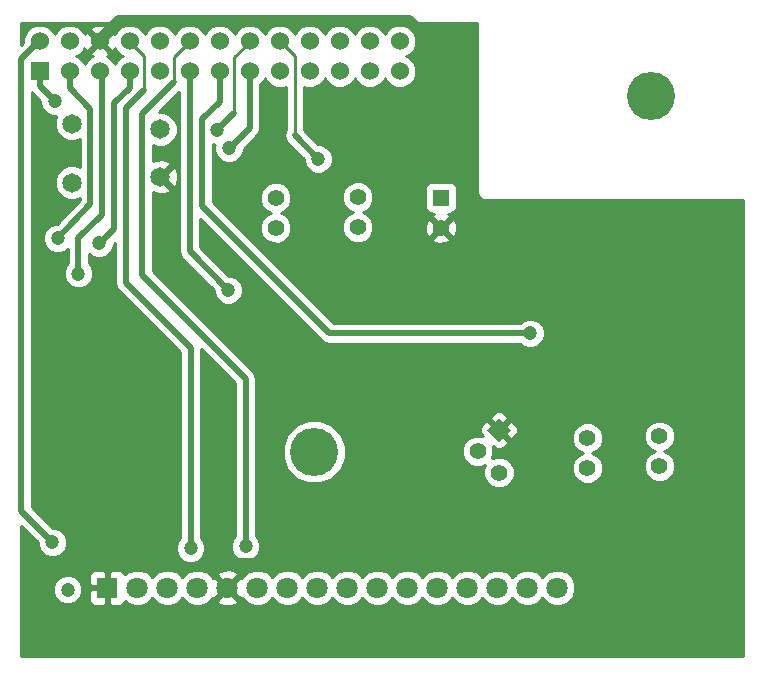
<source format=gtl>
G04 (created by PCBNEW (2013-07-07 BZR 4022)-stable) date 03 Aug 13 4:27:03 PM*
%MOIN*%
G04 Gerber Fmt 3.4, Leading zero omitted, Abs format*
%FSLAX34Y34*%
G01*
G70*
G90*
G04 APERTURE LIST*
%ADD10C,0.00590551*%
%ADD11C,0.16*%
%ADD12R,0.06X0.06*%
%ADD13C,0.06*%
%ADD14C,0.055*%
%ADD15C,0.065*%
%ADD16R,0.055X0.055*%
%ADD17R,0.0708661X0.0708661*%
%ADD18C,0.0708661*%
%ADD19C,0.0472441*%
%ADD20C,0.00984252*%
%ADD21C,0.019685*%
%ADD22C,0.0393701*%
%ADD23C,0.01*%
G04 APERTURE END LIST*
G54D10*
G54D11*
X16929Y-20472D03*
G54D12*
X7779Y-7783D03*
G54D13*
X7779Y-6783D03*
X8779Y-7783D03*
X8779Y-6783D03*
X9779Y-7783D03*
X9779Y-6783D03*
X10779Y-7783D03*
X10779Y-6783D03*
X11779Y-7783D03*
X11779Y-6783D03*
X12779Y-7783D03*
X12779Y-6783D03*
X13779Y-7783D03*
X13779Y-6783D03*
X14779Y-7783D03*
X14779Y-6783D03*
X15779Y-7783D03*
X15779Y-6783D03*
X16779Y-7783D03*
X16779Y-6783D03*
X17779Y-7783D03*
X17779Y-6783D03*
X18779Y-7783D03*
X18779Y-6783D03*
X19779Y-7783D03*
X19779Y-6783D03*
G54D10*
G36*
X23090Y-20134D02*
X22701Y-19745D01*
X23090Y-19356D01*
X23479Y-19745D01*
X23090Y-20134D01*
X23090Y-20134D01*
G37*
G54D14*
X22383Y-20452D03*
X23090Y-21159D03*
X26043Y-20011D03*
X26043Y-21011D03*
X28444Y-19952D03*
X28444Y-20952D03*
G54D15*
X11811Y-9724D03*
X11811Y-11299D03*
X8858Y-9527D03*
X8858Y-11496D03*
G54D14*
X18385Y-12980D03*
X18385Y-11980D03*
X15649Y-12000D03*
X15649Y-13000D03*
G54D16*
X21161Y-12000D03*
G54D14*
X21161Y-13000D03*
G54D11*
X28149Y-8602D03*
G54D17*
X10039Y-25000D03*
G54D18*
X11039Y-25000D03*
X12039Y-25000D03*
X13039Y-25000D03*
X14039Y-25000D03*
X15039Y-25000D03*
X16039Y-25000D03*
X17039Y-25000D03*
X18039Y-25000D03*
X19039Y-25000D03*
X20039Y-25000D03*
X21039Y-25000D03*
X22039Y-25000D03*
X23039Y-25000D03*
X24039Y-25000D03*
X25039Y-25000D03*
G54D19*
X8720Y-25059D03*
X8287Y-8779D03*
X8208Y-23484D03*
X8385Y-13346D03*
X9074Y-14527D03*
X9763Y-13523D03*
X14074Y-15078D03*
X14645Y-23622D03*
X14094Y-10354D03*
X13700Y-9744D03*
X24133Y-16515D03*
X17066Y-10708D03*
X12814Y-23681D03*
X12224Y-12106D03*
X13720Y-23720D03*
X23090Y-17578D03*
G54D20*
X8720Y-25059D02*
X8700Y-25039D01*
G54D21*
X8287Y-8779D02*
X7779Y-8271D01*
X7779Y-8271D02*
X7779Y-7783D01*
X7763Y-6783D02*
X7165Y-7381D01*
X8208Y-23484D02*
X7165Y-22440D01*
X7165Y-22440D02*
X7165Y-21082D01*
X7763Y-6783D02*
X7779Y-6783D01*
X7165Y-7381D02*
X7165Y-21082D01*
X8385Y-13346D02*
X9468Y-12204D01*
X8779Y-7783D02*
X8779Y-8346D01*
X9468Y-9035D02*
X9468Y-12204D01*
X8779Y-8346D02*
X9468Y-9035D01*
G54D20*
X9468Y-12204D02*
X9468Y-12244D01*
G54D21*
X9074Y-14527D02*
X9074Y-13346D01*
X9862Y-7866D02*
X9779Y-7783D01*
X9862Y-12559D02*
X9862Y-7866D01*
X9074Y-13346D02*
X9862Y-12559D01*
X9763Y-13523D02*
X9783Y-13523D01*
X10779Y-8334D02*
X10779Y-7783D01*
X10275Y-8838D02*
X10779Y-8334D01*
X10275Y-13031D02*
X10275Y-8838D01*
X9783Y-13523D02*
X10275Y-13031D01*
G54D20*
X9763Y-13523D02*
X9724Y-13484D01*
G54D21*
X12779Y-7783D02*
X12779Y-13783D01*
X12779Y-13783D02*
X14074Y-15078D01*
X12779Y-7870D02*
X12779Y-7783D01*
X14645Y-23622D02*
X14645Y-18031D01*
G54D20*
X12779Y-6787D02*
X12263Y-7303D01*
X12263Y-7303D02*
X12263Y-8149D01*
X12779Y-6787D02*
X12779Y-6783D01*
G54D21*
X12263Y-8149D02*
X11200Y-9212D01*
X11200Y-14586D02*
X11200Y-9212D01*
X14645Y-18031D02*
X11200Y-14586D01*
G54D20*
X14645Y-23622D02*
X14625Y-23602D01*
X14114Y-10354D02*
X14094Y-10354D01*
G54D21*
X14779Y-9669D02*
X14114Y-10354D01*
X14779Y-9669D02*
X14779Y-7783D01*
G54D20*
X14779Y-6783D02*
X14779Y-6795D01*
G54D21*
X14271Y-9173D02*
X13700Y-9744D01*
G54D20*
X14271Y-7303D02*
X14271Y-9173D01*
X14779Y-6795D02*
X14271Y-7303D01*
G54D21*
X13779Y-8346D02*
X13779Y-8818D01*
X13779Y-8346D02*
X13779Y-7783D01*
X17440Y-16515D02*
X24133Y-16515D01*
X13208Y-12283D02*
X17440Y-16515D01*
X13208Y-9389D02*
X13208Y-12283D01*
X13779Y-8818D02*
X13208Y-9389D01*
G54D20*
X15779Y-6783D02*
X15799Y-6783D01*
G54D21*
X16279Y-9921D02*
X17066Y-10708D01*
G54D20*
X16279Y-7263D02*
X16279Y-9921D01*
X15799Y-6783D02*
X16279Y-7263D01*
G54D21*
X10649Y-9114D02*
X10649Y-9015D01*
G54D20*
X10779Y-6783D02*
X10779Y-6803D01*
X11259Y-7283D02*
X11259Y-8405D01*
X10779Y-6803D02*
X11259Y-7283D01*
G54D21*
X12814Y-17007D02*
X10649Y-14842D01*
X10649Y-14842D02*
X10649Y-9114D01*
X12814Y-23681D02*
X12814Y-17007D01*
X10649Y-9015D02*
X11259Y-8405D01*
G54D22*
X9779Y-6783D02*
X9779Y-6755D01*
X9779Y-6755D02*
X10413Y-6122D01*
X10413Y-6122D02*
X20078Y-6122D01*
X20078Y-6122D02*
X22125Y-8169D01*
X22125Y-8169D02*
X22125Y-12716D01*
X22125Y-12716D02*
X25846Y-16437D01*
X25846Y-16437D02*
X25846Y-16771D01*
X25846Y-16771D02*
X25039Y-17578D01*
X25039Y-17578D02*
X23090Y-17578D01*
X23090Y-17578D02*
X22578Y-17066D01*
X14803Y-17066D02*
X22578Y-17066D01*
X12283Y-14547D02*
X14803Y-17066D01*
X12283Y-12165D02*
X12283Y-14547D01*
X12224Y-12106D02*
X12283Y-12165D01*
X13720Y-23720D02*
X14212Y-24212D01*
X14212Y-24212D02*
X16456Y-24212D01*
X16456Y-24212D02*
X23090Y-17578D01*
G54D10*
G36*
X31226Y-27289D02*
X28969Y-27289D01*
X28969Y-20848D01*
X28890Y-20655D01*
X28742Y-20507D01*
X28609Y-20452D01*
X28741Y-20398D01*
X28889Y-20250D01*
X28969Y-20057D01*
X28969Y-19848D01*
X28890Y-19655D01*
X28742Y-19507D01*
X28549Y-19427D01*
X28340Y-19427D01*
X28147Y-19507D01*
X28000Y-19654D01*
X27919Y-19847D01*
X27919Y-20056D01*
X27999Y-20249D01*
X28147Y-20397D01*
X28280Y-20452D01*
X28147Y-20507D01*
X28000Y-20654D01*
X27919Y-20847D01*
X27919Y-21056D01*
X27999Y-21249D01*
X28147Y-21397D01*
X28339Y-21477D01*
X28548Y-21477D01*
X28741Y-21398D01*
X28889Y-21250D01*
X28969Y-21057D01*
X28969Y-20848D01*
X28969Y-27289D01*
X26568Y-27289D01*
X26568Y-20907D01*
X26488Y-20714D01*
X26341Y-20566D01*
X26208Y-20511D01*
X26340Y-20457D01*
X26488Y-20309D01*
X26568Y-20116D01*
X26568Y-19907D01*
X26488Y-19714D01*
X26341Y-19566D01*
X26148Y-19486D01*
X25939Y-19486D01*
X25746Y-19566D01*
X25598Y-19714D01*
X25518Y-19906D01*
X25518Y-20115D01*
X25597Y-20308D01*
X25745Y-20456D01*
X25878Y-20511D01*
X25746Y-20566D01*
X25598Y-20714D01*
X25518Y-20906D01*
X25518Y-21115D01*
X25597Y-21308D01*
X25745Y-21456D01*
X25938Y-21536D01*
X26147Y-21536D01*
X26340Y-21457D01*
X26488Y-21309D01*
X26568Y-21116D01*
X26568Y-20907D01*
X26568Y-27289D01*
X25643Y-27289D01*
X25643Y-24880D01*
X25551Y-24658D01*
X25382Y-24487D01*
X25160Y-24395D01*
X24919Y-24395D01*
X24697Y-24487D01*
X24539Y-24645D01*
X24382Y-24487D01*
X24160Y-24395D01*
X23919Y-24395D01*
X23729Y-24474D01*
X23729Y-19696D01*
X23691Y-19604D01*
X23621Y-19533D01*
X23541Y-19453D01*
X23452Y-19453D01*
X23382Y-19524D01*
X23382Y-19383D01*
X23382Y-19294D01*
X23302Y-19214D01*
X23231Y-19144D01*
X23140Y-19106D01*
X23040Y-19106D01*
X22948Y-19144D01*
X22798Y-19294D01*
X22798Y-19383D01*
X23090Y-19674D01*
X23382Y-19383D01*
X23382Y-19524D01*
X23161Y-19745D01*
X23452Y-20037D01*
X23541Y-20037D01*
X23691Y-19887D01*
X23729Y-19795D01*
X23729Y-19696D01*
X23729Y-24474D01*
X23697Y-24487D01*
X23615Y-24569D01*
X23615Y-21055D01*
X23535Y-20862D01*
X23388Y-20715D01*
X23195Y-20634D01*
X22986Y-20634D01*
X22853Y-20689D01*
X22908Y-20557D01*
X22908Y-20348D01*
X22878Y-20276D01*
X22878Y-20276D01*
X22949Y-20346D01*
X23041Y-20384D01*
X23140Y-20384D01*
X23232Y-20346D01*
X23382Y-20196D01*
X23382Y-20108D01*
X23090Y-19816D01*
X23084Y-19821D01*
X23014Y-19751D01*
X23019Y-19745D01*
X22728Y-19453D01*
X22639Y-19453D01*
X22489Y-19603D01*
X22451Y-19695D01*
X22451Y-19795D01*
X22489Y-19887D01*
X22559Y-19957D01*
X22559Y-19957D01*
X22488Y-19927D01*
X22279Y-19927D01*
X22086Y-20007D01*
X21938Y-20154D01*
X21858Y-20347D01*
X21858Y-20556D01*
X21938Y-20749D01*
X22085Y-20897D01*
X22278Y-20977D01*
X22487Y-20977D01*
X22620Y-20922D01*
X22565Y-21054D01*
X22565Y-21263D01*
X22645Y-21456D01*
X22792Y-21604D01*
X22985Y-21684D01*
X23194Y-21684D01*
X23387Y-21605D01*
X23535Y-21457D01*
X23615Y-21264D01*
X23615Y-21055D01*
X23615Y-24569D01*
X23539Y-24645D01*
X23382Y-24487D01*
X23160Y-24395D01*
X22919Y-24395D01*
X22697Y-24487D01*
X22539Y-24645D01*
X22382Y-24487D01*
X22160Y-24395D01*
X21919Y-24395D01*
X21697Y-24487D01*
X21539Y-24645D01*
X21382Y-24487D01*
X21160Y-24395D01*
X20919Y-24395D01*
X20697Y-24487D01*
X20539Y-24645D01*
X20382Y-24487D01*
X20160Y-24395D01*
X19919Y-24395D01*
X19697Y-24487D01*
X19539Y-24645D01*
X19382Y-24487D01*
X19160Y-24395D01*
X18919Y-24395D01*
X18697Y-24487D01*
X18539Y-24645D01*
X18382Y-24487D01*
X18160Y-24395D01*
X17979Y-24395D01*
X17979Y-20264D01*
X17819Y-19878D01*
X17524Y-19582D01*
X17138Y-19422D01*
X16721Y-19422D01*
X16335Y-19581D01*
X16039Y-19876D01*
X15879Y-20262D01*
X15878Y-20680D01*
X16038Y-21066D01*
X16333Y-21362D01*
X16719Y-21522D01*
X17137Y-21522D01*
X17523Y-21363D01*
X17818Y-21067D01*
X17978Y-20682D01*
X17979Y-20264D01*
X17979Y-24395D01*
X17919Y-24395D01*
X17697Y-24487D01*
X17539Y-24645D01*
X17382Y-24487D01*
X17160Y-24395D01*
X16919Y-24395D01*
X16697Y-24487D01*
X16539Y-24645D01*
X16382Y-24487D01*
X16160Y-24395D01*
X15919Y-24395D01*
X15697Y-24487D01*
X15539Y-24645D01*
X15382Y-24487D01*
X15160Y-24395D01*
X14919Y-24395D01*
X14697Y-24487D01*
X14527Y-24657D01*
X14523Y-24665D01*
X14464Y-24645D01*
X14393Y-24716D01*
X14393Y-24574D01*
X14359Y-24473D01*
X14134Y-24391D01*
X13893Y-24401D01*
X13718Y-24473D01*
X13684Y-24574D01*
X14039Y-24929D01*
X14393Y-24574D01*
X14393Y-24716D01*
X14110Y-25000D01*
X14464Y-25354D01*
X14523Y-25334D01*
X14526Y-25341D01*
X14696Y-25512D01*
X14918Y-25604D01*
X15159Y-25604D01*
X15381Y-25512D01*
X15539Y-25354D01*
X15696Y-25512D01*
X15918Y-25604D01*
X16159Y-25604D01*
X16381Y-25512D01*
X16539Y-25354D01*
X16696Y-25512D01*
X16918Y-25604D01*
X17159Y-25604D01*
X17381Y-25512D01*
X17539Y-25354D01*
X17696Y-25512D01*
X17918Y-25604D01*
X18159Y-25604D01*
X18381Y-25512D01*
X18539Y-25354D01*
X18696Y-25512D01*
X18918Y-25604D01*
X19159Y-25604D01*
X19381Y-25512D01*
X19539Y-25354D01*
X19696Y-25512D01*
X19918Y-25604D01*
X20159Y-25604D01*
X20381Y-25512D01*
X20539Y-25354D01*
X20696Y-25512D01*
X20918Y-25604D01*
X21159Y-25604D01*
X21381Y-25512D01*
X21539Y-25354D01*
X21696Y-25512D01*
X21918Y-25604D01*
X22159Y-25604D01*
X22381Y-25512D01*
X22539Y-25354D01*
X22696Y-25512D01*
X22918Y-25604D01*
X23159Y-25604D01*
X23381Y-25512D01*
X23539Y-25354D01*
X23696Y-25512D01*
X23918Y-25604D01*
X24159Y-25604D01*
X24381Y-25512D01*
X24539Y-25354D01*
X24696Y-25512D01*
X24918Y-25604D01*
X25159Y-25604D01*
X25381Y-25512D01*
X25551Y-25342D01*
X25643Y-25120D01*
X25643Y-24880D01*
X25643Y-27289D01*
X14393Y-27289D01*
X14393Y-25425D01*
X14039Y-25070D01*
X13968Y-25141D01*
X13968Y-25000D01*
X13614Y-24645D01*
X13554Y-24665D01*
X13551Y-24658D01*
X13382Y-24487D01*
X13160Y-24395D01*
X12919Y-24395D01*
X12697Y-24487D01*
X12539Y-24645D01*
X12382Y-24487D01*
X12160Y-24395D01*
X11919Y-24395D01*
X11697Y-24487D01*
X11539Y-24645D01*
X11382Y-24487D01*
X11160Y-24395D01*
X10919Y-24395D01*
X10697Y-24487D01*
X10627Y-24557D01*
X10605Y-24503D01*
X10535Y-24433D01*
X10443Y-24395D01*
X10151Y-24395D01*
X10089Y-24458D01*
X10089Y-24950D01*
X10097Y-24950D01*
X10097Y-25050D01*
X10089Y-25050D01*
X10089Y-25541D01*
X10151Y-25604D01*
X10443Y-25604D01*
X10535Y-25566D01*
X10605Y-25496D01*
X10627Y-25442D01*
X10696Y-25512D01*
X10918Y-25604D01*
X11159Y-25604D01*
X11381Y-25512D01*
X11539Y-25354D01*
X11696Y-25512D01*
X11918Y-25604D01*
X12159Y-25604D01*
X12381Y-25512D01*
X12539Y-25354D01*
X12696Y-25512D01*
X12918Y-25604D01*
X13159Y-25604D01*
X13381Y-25512D01*
X13551Y-25342D01*
X13554Y-25334D01*
X13614Y-25354D01*
X13968Y-25000D01*
X13968Y-25141D01*
X13684Y-25425D01*
X13718Y-25526D01*
X13944Y-25608D01*
X14184Y-25598D01*
X14359Y-25526D01*
X14393Y-25425D01*
X14393Y-27289D01*
X9989Y-27289D01*
X9989Y-25541D01*
X9989Y-25050D01*
X9989Y-24950D01*
X9989Y-24458D01*
X9926Y-24395D01*
X9635Y-24395D01*
X9543Y-24433D01*
X9473Y-24503D01*
X9435Y-24595D01*
X9434Y-24695D01*
X9435Y-24887D01*
X9497Y-24950D01*
X9989Y-24950D01*
X9989Y-25050D01*
X9497Y-25050D01*
X9435Y-25112D01*
X9434Y-25304D01*
X9435Y-25404D01*
X9473Y-25496D01*
X9543Y-25566D01*
X9635Y-25604D01*
X9926Y-25604D01*
X9989Y-25541D01*
X9989Y-27289D01*
X9206Y-27289D01*
X9206Y-24962D01*
X9132Y-24783D01*
X8996Y-24647D01*
X8817Y-24572D01*
X8624Y-24572D01*
X8445Y-24646D01*
X8308Y-24783D01*
X8234Y-24961D01*
X8234Y-25155D01*
X8308Y-25334D01*
X8444Y-25471D01*
X8623Y-25545D01*
X8816Y-25545D01*
X8995Y-25471D01*
X9132Y-25334D01*
X9206Y-25156D01*
X9206Y-24962D01*
X9206Y-27289D01*
X7159Y-27289D01*
X7159Y-22927D01*
X7722Y-23490D01*
X7722Y-23580D01*
X7796Y-23759D01*
X7932Y-23896D01*
X8111Y-23970D01*
X8304Y-23970D01*
X8483Y-23896D01*
X8620Y-23760D01*
X8694Y-23581D01*
X8694Y-23387D01*
X8621Y-23209D01*
X8484Y-23072D01*
X8305Y-22998D01*
X8215Y-22998D01*
X7513Y-22296D01*
X7513Y-21082D01*
X7513Y-8489D01*
X7533Y-8518D01*
X7801Y-8786D01*
X7801Y-8875D01*
X7874Y-9054D01*
X8011Y-9191D01*
X8190Y-9265D01*
X8344Y-9265D01*
X8283Y-9412D01*
X8283Y-9641D01*
X8370Y-9852D01*
X8532Y-10014D01*
X8743Y-10102D01*
X8972Y-10102D01*
X9120Y-10041D01*
X9120Y-10982D01*
X8973Y-10921D01*
X8744Y-10920D01*
X8532Y-11008D01*
X8371Y-11169D01*
X8283Y-11381D01*
X8283Y-11609D01*
X8370Y-11821D01*
X8532Y-11983D01*
X8743Y-12070D01*
X8972Y-12071D01*
X9120Y-12010D01*
X9120Y-12066D01*
X8366Y-12860D01*
X8289Y-12860D01*
X8110Y-12934D01*
X7973Y-13070D01*
X7899Y-13249D01*
X7899Y-13442D01*
X7973Y-13621D01*
X8110Y-13758D01*
X8288Y-13832D01*
X8482Y-13832D01*
X8660Y-13758D01*
X8726Y-13693D01*
X8726Y-14188D01*
X8662Y-14251D01*
X8588Y-14430D01*
X8588Y-14623D01*
X8662Y-14802D01*
X8799Y-14939D01*
X8977Y-15013D01*
X9171Y-15013D01*
X9349Y-14939D01*
X9486Y-14803D01*
X9560Y-14624D01*
X9561Y-14431D01*
X9487Y-14252D01*
X9423Y-14188D01*
X9423Y-13870D01*
X9487Y-13935D01*
X9666Y-14009D01*
X9860Y-14009D01*
X10038Y-13936D01*
X10175Y-13799D01*
X10249Y-13620D01*
X10249Y-13549D01*
X10301Y-13498D01*
X10301Y-14842D01*
X10301Y-14842D01*
X10323Y-14953D01*
X10327Y-14975D01*
X10403Y-15088D01*
X12466Y-17152D01*
X12466Y-23341D01*
X12403Y-23405D01*
X12328Y-23583D01*
X12328Y-23777D01*
X12402Y-23956D01*
X12539Y-24093D01*
X12717Y-24167D01*
X12911Y-24167D01*
X13090Y-24093D01*
X13226Y-23956D01*
X13301Y-23778D01*
X13301Y-23584D01*
X13227Y-23406D01*
X13163Y-23341D01*
X13163Y-17041D01*
X14297Y-18175D01*
X14297Y-23282D01*
X14233Y-23346D01*
X14159Y-23524D01*
X14159Y-23718D01*
X14233Y-23897D01*
X14369Y-24034D01*
X14548Y-24108D01*
X14741Y-24108D01*
X14920Y-24034D01*
X15057Y-23897D01*
X15131Y-23719D01*
X15131Y-23525D01*
X15058Y-23346D01*
X14994Y-23282D01*
X14994Y-18031D01*
X14967Y-17898D01*
X14892Y-17785D01*
X14892Y-17785D01*
X12390Y-15283D01*
X12390Y-11386D01*
X12380Y-11158D01*
X12312Y-10996D01*
X12215Y-10965D01*
X11881Y-11299D01*
X12215Y-11632D01*
X12312Y-11602D01*
X12390Y-11386D01*
X12390Y-15283D01*
X11549Y-14442D01*
X11549Y-11816D01*
X11723Y-11878D01*
X11951Y-11868D01*
X12113Y-11801D01*
X12144Y-11703D01*
X11811Y-11369D01*
X11805Y-11375D01*
X11734Y-11304D01*
X11740Y-11299D01*
X11734Y-11293D01*
X11805Y-11222D01*
X11811Y-11228D01*
X12144Y-10895D01*
X12113Y-10797D01*
X11898Y-10719D01*
X11670Y-10730D01*
X11549Y-10780D01*
X11549Y-10238D01*
X11696Y-10299D01*
X11924Y-10299D01*
X12136Y-10212D01*
X12298Y-10050D01*
X12385Y-9839D01*
X12386Y-9610D01*
X12298Y-9399D01*
X12137Y-9237D01*
X11925Y-9149D01*
X11756Y-9149D01*
X12431Y-8475D01*
X12431Y-13783D01*
X12431Y-13783D01*
X12453Y-13894D01*
X12457Y-13916D01*
X12533Y-14029D01*
X13588Y-15085D01*
X13588Y-15175D01*
X13662Y-15353D01*
X13799Y-15490D01*
X13977Y-15564D01*
X14171Y-15565D01*
X14349Y-15491D01*
X14486Y-15354D01*
X14560Y-15175D01*
X14561Y-14982D01*
X14487Y-14803D01*
X14350Y-14666D01*
X14171Y-14592D01*
X14081Y-14592D01*
X13127Y-13639D01*
X13127Y-12695D01*
X17194Y-16762D01*
X17194Y-16762D01*
X17307Y-16837D01*
X17440Y-16864D01*
X17440Y-16864D01*
X17440Y-16864D01*
X23794Y-16864D01*
X23858Y-16927D01*
X24036Y-17001D01*
X24230Y-17002D01*
X24408Y-16928D01*
X24545Y-16791D01*
X24619Y-16612D01*
X24620Y-16419D01*
X24546Y-16240D01*
X24409Y-16103D01*
X24230Y-16029D01*
X24037Y-16029D01*
X23858Y-16103D01*
X23794Y-16167D01*
X21691Y-16167D01*
X21691Y-13075D01*
X21686Y-12986D01*
X21686Y-12225D01*
X21686Y-11675D01*
X21648Y-11583D01*
X21578Y-11513D01*
X21486Y-11475D01*
X21386Y-11474D01*
X20836Y-11474D01*
X20744Y-11512D01*
X20674Y-11583D01*
X20636Y-11675D01*
X20636Y-11774D01*
X20636Y-12324D01*
X20674Y-12416D01*
X20744Y-12486D01*
X20836Y-12524D01*
X20923Y-12525D01*
X20888Y-12539D01*
X20864Y-12632D01*
X21161Y-12929D01*
X21458Y-12632D01*
X21434Y-12539D01*
X21393Y-12525D01*
X21485Y-12525D01*
X21577Y-12487D01*
X21648Y-12416D01*
X21686Y-12324D01*
X21686Y-12225D01*
X21686Y-12986D01*
X21679Y-12867D01*
X21621Y-12727D01*
X21529Y-12702D01*
X21232Y-13000D01*
X21529Y-13297D01*
X21621Y-13272D01*
X21691Y-13075D01*
X21691Y-16167D01*
X21458Y-16167D01*
X21458Y-13367D01*
X21161Y-13070D01*
X21090Y-13141D01*
X21090Y-13000D01*
X20793Y-12702D01*
X20700Y-12727D01*
X20631Y-12924D01*
X20642Y-13132D01*
X20700Y-13272D01*
X20793Y-13297D01*
X21090Y-13000D01*
X21090Y-13141D01*
X20864Y-13367D01*
X20888Y-13460D01*
X21085Y-13529D01*
X21294Y-13518D01*
X21434Y-13460D01*
X21458Y-13367D01*
X21458Y-16167D01*
X18910Y-16167D01*
X18910Y-12876D01*
X18831Y-12683D01*
X18683Y-12535D01*
X18550Y-12480D01*
X18682Y-12425D01*
X18830Y-12278D01*
X18910Y-12085D01*
X18910Y-11876D01*
X18831Y-11683D01*
X18683Y-11535D01*
X18490Y-11455D01*
X18281Y-11455D01*
X18088Y-11534D01*
X17941Y-11682D01*
X17860Y-11875D01*
X17860Y-12084D01*
X17940Y-12277D01*
X18088Y-12425D01*
X18221Y-12480D01*
X18088Y-12534D01*
X17941Y-12682D01*
X17860Y-12875D01*
X17860Y-13084D01*
X17940Y-13277D01*
X18088Y-13425D01*
X18280Y-13505D01*
X18489Y-13505D01*
X18682Y-13425D01*
X18830Y-13278D01*
X18910Y-13085D01*
X18910Y-12876D01*
X18910Y-16167D01*
X17585Y-16167D01*
X16174Y-14756D01*
X16174Y-12896D01*
X16094Y-12703D01*
X15947Y-12555D01*
X15814Y-12499D01*
X15946Y-12445D01*
X16094Y-12297D01*
X16174Y-12104D01*
X16174Y-11896D01*
X16094Y-11703D01*
X15947Y-11555D01*
X15754Y-11475D01*
X15545Y-11474D01*
X15352Y-11554D01*
X15204Y-11702D01*
X15124Y-11895D01*
X15124Y-12103D01*
X15204Y-12297D01*
X15351Y-12444D01*
X15484Y-12500D01*
X15352Y-12554D01*
X15204Y-12702D01*
X15124Y-12895D01*
X15124Y-13103D01*
X15204Y-13297D01*
X15351Y-13444D01*
X15544Y-13524D01*
X15753Y-13525D01*
X15946Y-13445D01*
X16094Y-13297D01*
X16174Y-13104D01*
X16174Y-12896D01*
X16174Y-14756D01*
X13557Y-12139D01*
X13557Y-10210D01*
X13603Y-10230D01*
X13619Y-10230D01*
X13608Y-10257D01*
X13608Y-10450D01*
X13682Y-10629D01*
X13818Y-10766D01*
X13997Y-10840D01*
X14190Y-10840D01*
X14369Y-10766D01*
X14506Y-10630D01*
X14580Y-10451D01*
X14580Y-10374D01*
X15029Y-9912D01*
X15087Y-9822D01*
X15101Y-9802D01*
X15101Y-9801D01*
X15103Y-9798D01*
X15121Y-9699D01*
X15127Y-9669D01*
X15127Y-9666D01*
X15128Y-9664D01*
X15127Y-9663D01*
X15127Y-8212D01*
X15245Y-8095D01*
X15279Y-8013D01*
X15312Y-8094D01*
X15467Y-8249D01*
X15669Y-8333D01*
X15888Y-8333D01*
X15980Y-8295D01*
X15980Y-9753D01*
X15957Y-9787D01*
X15931Y-9921D01*
X15957Y-10054D01*
X16033Y-10167D01*
X16580Y-10715D01*
X16580Y-10804D01*
X16654Y-10983D01*
X16791Y-11120D01*
X16969Y-11194D01*
X17163Y-11194D01*
X17341Y-11121D01*
X17478Y-10984D01*
X17553Y-10805D01*
X17553Y-10612D01*
X17479Y-10433D01*
X17342Y-10296D01*
X17164Y-10222D01*
X17073Y-10222D01*
X16578Y-9727D01*
X16578Y-8295D01*
X16669Y-8333D01*
X16888Y-8333D01*
X17090Y-8250D01*
X17245Y-8095D01*
X17279Y-8013D01*
X17312Y-8094D01*
X17467Y-8249D01*
X17669Y-8333D01*
X17888Y-8333D01*
X18090Y-8250D01*
X18245Y-8095D01*
X18279Y-8013D01*
X18312Y-8094D01*
X18467Y-8249D01*
X18669Y-8333D01*
X18888Y-8333D01*
X19090Y-8250D01*
X19245Y-8095D01*
X19279Y-8013D01*
X19312Y-8094D01*
X19467Y-8249D01*
X19669Y-8333D01*
X19888Y-8333D01*
X20090Y-8250D01*
X20245Y-8095D01*
X20329Y-7893D01*
X20329Y-7674D01*
X20246Y-7472D01*
X20091Y-7317D01*
X20009Y-7283D01*
X20090Y-7250D01*
X20245Y-7095D01*
X20329Y-6893D01*
X20329Y-6674D01*
X20246Y-6472D01*
X20091Y-6317D01*
X19889Y-6233D01*
X19670Y-6233D01*
X19468Y-6316D01*
X19313Y-6471D01*
X19279Y-6553D01*
X19246Y-6472D01*
X19091Y-6317D01*
X18889Y-6233D01*
X18670Y-6233D01*
X18468Y-6316D01*
X18313Y-6471D01*
X18279Y-6553D01*
X18246Y-6472D01*
X18091Y-6317D01*
X17889Y-6233D01*
X17670Y-6233D01*
X17468Y-6316D01*
X17313Y-6471D01*
X17279Y-6553D01*
X17246Y-6472D01*
X17091Y-6317D01*
X16889Y-6233D01*
X16670Y-6233D01*
X16468Y-6316D01*
X16313Y-6471D01*
X16279Y-6553D01*
X16246Y-6472D01*
X16091Y-6317D01*
X15889Y-6233D01*
X15670Y-6233D01*
X15468Y-6316D01*
X15313Y-6471D01*
X15279Y-6553D01*
X15246Y-6472D01*
X15091Y-6317D01*
X14889Y-6233D01*
X14670Y-6233D01*
X14468Y-6316D01*
X14313Y-6471D01*
X14279Y-6553D01*
X14246Y-6472D01*
X14091Y-6317D01*
X13889Y-6233D01*
X13670Y-6233D01*
X13468Y-6316D01*
X13313Y-6471D01*
X13279Y-6553D01*
X13246Y-6472D01*
X13091Y-6317D01*
X12889Y-6233D01*
X12670Y-6233D01*
X12468Y-6316D01*
X12313Y-6471D01*
X12279Y-6553D01*
X12246Y-6472D01*
X12091Y-6317D01*
X11889Y-6233D01*
X11670Y-6233D01*
X11468Y-6316D01*
X11313Y-6471D01*
X11279Y-6553D01*
X11246Y-6472D01*
X11091Y-6317D01*
X10889Y-6233D01*
X10670Y-6233D01*
X10468Y-6316D01*
X10313Y-6471D01*
X10282Y-6547D01*
X10260Y-6495D01*
X10165Y-6468D01*
X10094Y-6538D01*
X10094Y-6397D01*
X10067Y-6302D01*
X9861Y-6228D01*
X9642Y-6239D01*
X9491Y-6302D01*
X9464Y-6397D01*
X9779Y-6712D01*
X10094Y-6397D01*
X10094Y-6538D01*
X9850Y-6783D01*
X10165Y-7098D01*
X10260Y-7071D01*
X10280Y-7016D01*
X10312Y-7094D01*
X10467Y-7249D01*
X10549Y-7283D01*
X10468Y-7316D01*
X10313Y-7471D01*
X10279Y-7553D01*
X10246Y-7472D01*
X10091Y-7317D01*
X10015Y-7286D01*
X10067Y-7264D01*
X10094Y-7169D01*
X9779Y-6854D01*
X9464Y-7169D01*
X9491Y-7264D01*
X9546Y-7284D01*
X9468Y-7316D01*
X9313Y-7471D01*
X9279Y-7553D01*
X9246Y-7472D01*
X9091Y-7317D01*
X9009Y-7283D01*
X9090Y-7250D01*
X9245Y-7095D01*
X9276Y-7019D01*
X9298Y-7071D01*
X9393Y-7098D01*
X9708Y-6783D01*
X9393Y-6468D01*
X9298Y-6495D01*
X9278Y-6550D01*
X9246Y-6472D01*
X9091Y-6317D01*
X8889Y-6233D01*
X8670Y-6233D01*
X8468Y-6316D01*
X8313Y-6471D01*
X8279Y-6553D01*
X8246Y-6472D01*
X8091Y-6317D01*
X7889Y-6233D01*
X7670Y-6233D01*
X7468Y-6316D01*
X7313Y-6471D01*
X7229Y-6673D01*
X7229Y-6825D01*
X7159Y-6895D01*
X7159Y-6175D01*
X22368Y-6175D01*
X22368Y-11811D01*
X22388Y-11914D01*
X22447Y-12001D01*
X22534Y-12060D01*
X22637Y-12080D01*
X30511Y-12080D01*
X31226Y-12080D01*
X31226Y-27289D01*
X31226Y-27289D01*
G37*
G54D23*
X31226Y-27289D02*
X28969Y-27289D01*
X28969Y-20848D01*
X28890Y-20655D01*
X28742Y-20507D01*
X28609Y-20452D01*
X28741Y-20398D01*
X28889Y-20250D01*
X28969Y-20057D01*
X28969Y-19848D01*
X28890Y-19655D01*
X28742Y-19507D01*
X28549Y-19427D01*
X28340Y-19427D01*
X28147Y-19507D01*
X28000Y-19654D01*
X27919Y-19847D01*
X27919Y-20056D01*
X27999Y-20249D01*
X28147Y-20397D01*
X28280Y-20452D01*
X28147Y-20507D01*
X28000Y-20654D01*
X27919Y-20847D01*
X27919Y-21056D01*
X27999Y-21249D01*
X28147Y-21397D01*
X28339Y-21477D01*
X28548Y-21477D01*
X28741Y-21398D01*
X28889Y-21250D01*
X28969Y-21057D01*
X28969Y-20848D01*
X28969Y-27289D01*
X26568Y-27289D01*
X26568Y-20907D01*
X26488Y-20714D01*
X26341Y-20566D01*
X26208Y-20511D01*
X26340Y-20457D01*
X26488Y-20309D01*
X26568Y-20116D01*
X26568Y-19907D01*
X26488Y-19714D01*
X26341Y-19566D01*
X26148Y-19486D01*
X25939Y-19486D01*
X25746Y-19566D01*
X25598Y-19714D01*
X25518Y-19906D01*
X25518Y-20115D01*
X25597Y-20308D01*
X25745Y-20456D01*
X25878Y-20511D01*
X25746Y-20566D01*
X25598Y-20714D01*
X25518Y-20906D01*
X25518Y-21115D01*
X25597Y-21308D01*
X25745Y-21456D01*
X25938Y-21536D01*
X26147Y-21536D01*
X26340Y-21457D01*
X26488Y-21309D01*
X26568Y-21116D01*
X26568Y-20907D01*
X26568Y-27289D01*
X25643Y-27289D01*
X25643Y-24880D01*
X25551Y-24658D01*
X25382Y-24487D01*
X25160Y-24395D01*
X24919Y-24395D01*
X24697Y-24487D01*
X24539Y-24645D01*
X24382Y-24487D01*
X24160Y-24395D01*
X23919Y-24395D01*
X23729Y-24474D01*
X23729Y-19696D01*
X23691Y-19604D01*
X23621Y-19533D01*
X23541Y-19453D01*
X23452Y-19453D01*
X23382Y-19524D01*
X23382Y-19383D01*
X23382Y-19294D01*
X23302Y-19214D01*
X23231Y-19144D01*
X23140Y-19106D01*
X23040Y-19106D01*
X22948Y-19144D01*
X22798Y-19294D01*
X22798Y-19383D01*
X23090Y-19674D01*
X23382Y-19383D01*
X23382Y-19524D01*
X23161Y-19745D01*
X23452Y-20037D01*
X23541Y-20037D01*
X23691Y-19887D01*
X23729Y-19795D01*
X23729Y-19696D01*
X23729Y-24474D01*
X23697Y-24487D01*
X23615Y-24569D01*
X23615Y-21055D01*
X23535Y-20862D01*
X23388Y-20715D01*
X23195Y-20634D01*
X22986Y-20634D01*
X22853Y-20689D01*
X22908Y-20557D01*
X22908Y-20348D01*
X22878Y-20276D01*
X22878Y-20276D01*
X22949Y-20346D01*
X23041Y-20384D01*
X23140Y-20384D01*
X23232Y-20346D01*
X23382Y-20196D01*
X23382Y-20108D01*
X23090Y-19816D01*
X23084Y-19821D01*
X23014Y-19751D01*
X23019Y-19745D01*
X22728Y-19453D01*
X22639Y-19453D01*
X22489Y-19603D01*
X22451Y-19695D01*
X22451Y-19795D01*
X22489Y-19887D01*
X22559Y-19957D01*
X22559Y-19957D01*
X22488Y-19927D01*
X22279Y-19927D01*
X22086Y-20007D01*
X21938Y-20154D01*
X21858Y-20347D01*
X21858Y-20556D01*
X21938Y-20749D01*
X22085Y-20897D01*
X22278Y-20977D01*
X22487Y-20977D01*
X22620Y-20922D01*
X22565Y-21054D01*
X22565Y-21263D01*
X22645Y-21456D01*
X22792Y-21604D01*
X22985Y-21684D01*
X23194Y-21684D01*
X23387Y-21605D01*
X23535Y-21457D01*
X23615Y-21264D01*
X23615Y-21055D01*
X23615Y-24569D01*
X23539Y-24645D01*
X23382Y-24487D01*
X23160Y-24395D01*
X22919Y-24395D01*
X22697Y-24487D01*
X22539Y-24645D01*
X22382Y-24487D01*
X22160Y-24395D01*
X21919Y-24395D01*
X21697Y-24487D01*
X21539Y-24645D01*
X21382Y-24487D01*
X21160Y-24395D01*
X20919Y-24395D01*
X20697Y-24487D01*
X20539Y-24645D01*
X20382Y-24487D01*
X20160Y-24395D01*
X19919Y-24395D01*
X19697Y-24487D01*
X19539Y-24645D01*
X19382Y-24487D01*
X19160Y-24395D01*
X18919Y-24395D01*
X18697Y-24487D01*
X18539Y-24645D01*
X18382Y-24487D01*
X18160Y-24395D01*
X17979Y-24395D01*
X17979Y-20264D01*
X17819Y-19878D01*
X17524Y-19582D01*
X17138Y-19422D01*
X16721Y-19422D01*
X16335Y-19581D01*
X16039Y-19876D01*
X15879Y-20262D01*
X15878Y-20680D01*
X16038Y-21066D01*
X16333Y-21362D01*
X16719Y-21522D01*
X17137Y-21522D01*
X17523Y-21363D01*
X17818Y-21067D01*
X17978Y-20682D01*
X17979Y-20264D01*
X17979Y-24395D01*
X17919Y-24395D01*
X17697Y-24487D01*
X17539Y-24645D01*
X17382Y-24487D01*
X17160Y-24395D01*
X16919Y-24395D01*
X16697Y-24487D01*
X16539Y-24645D01*
X16382Y-24487D01*
X16160Y-24395D01*
X15919Y-24395D01*
X15697Y-24487D01*
X15539Y-24645D01*
X15382Y-24487D01*
X15160Y-24395D01*
X14919Y-24395D01*
X14697Y-24487D01*
X14527Y-24657D01*
X14523Y-24665D01*
X14464Y-24645D01*
X14393Y-24716D01*
X14393Y-24574D01*
X14359Y-24473D01*
X14134Y-24391D01*
X13893Y-24401D01*
X13718Y-24473D01*
X13684Y-24574D01*
X14039Y-24929D01*
X14393Y-24574D01*
X14393Y-24716D01*
X14110Y-25000D01*
X14464Y-25354D01*
X14523Y-25334D01*
X14526Y-25341D01*
X14696Y-25512D01*
X14918Y-25604D01*
X15159Y-25604D01*
X15381Y-25512D01*
X15539Y-25354D01*
X15696Y-25512D01*
X15918Y-25604D01*
X16159Y-25604D01*
X16381Y-25512D01*
X16539Y-25354D01*
X16696Y-25512D01*
X16918Y-25604D01*
X17159Y-25604D01*
X17381Y-25512D01*
X17539Y-25354D01*
X17696Y-25512D01*
X17918Y-25604D01*
X18159Y-25604D01*
X18381Y-25512D01*
X18539Y-25354D01*
X18696Y-25512D01*
X18918Y-25604D01*
X19159Y-25604D01*
X19381Y-25512D01*
X19539Y-25354D01*
X19696Y-25512D01*
X19918Y-25604D01*
X20159Y-25604D01*
X20381Y-25512D01*
X20539Y-25354D01*
X20696Y-25512D01*
X20918Y-25604D01*
X21159Y-25604D01*
X21381Y-25512D01*
X21539Y-25354D01*
X21696Y-25512D01*
X21918Y-25604D01*
X22159Y-25604D01*
X22381Y-25512D01*
X22539Y-25354D01*
X22696Y-25512D01*
X22918Y-25604D01*
X23159Y-25604D01*
X23381Y-25512D01*
X23539Y-25354D01*
X23696Y-25512D01*
X23918Y-25604D01*
X24159Y-25604D01*
X24381Y-25512D01*
X24539Y-25354D01*
X24696Y-25512D01*
X24918Y-25604D01*
X25159Y-25604D01*
X25381Y-25512D01*
X25551Y-25342D01*
X25643Y-25120D01*
X25643Y-24880D01*
X25643Y-27289D01*
X14393Y-27289D01*
X14393Y-25425D01*
X14039Y-25070D01*
X13968Y-25141D01*
X13968Y-25000D01*
X13614Y-24645D01*
X13554Y-24665D01*
X13551Y-24658D01*
X13382Y-24487D01*
X13160Y-24395D01*
X12919Y-24395D01*
X12697Y-24487D01*
X12539Y-24645D01*
X12382Y-24487D01*
X12160Y-24395D01*
X11919Y-24395D01*
X11697Y-24487D01*
X11539Y-24645D01*
X11382Y-24487D01*
X11160Y-24395D01*
X10919Y-24395D01*
X10697Y-24487D01*
X10627Y-24557D01*
X10605Y-24503D01*
X10535Y-24433D01*
X10443Y-24395D01*
X10151Y-24395D01*
X10089Y-24458D01*
X10089Y-24950D01*
X10097Y-24950D01*
X10097Y-25050D01*
X10089Y-25050D01*
X10089Y-25541D01*
X10151Y-25604D01*
X10443Y-25604D01*
X10535Y-25566D01*
X10605Y-25496D01*
X10627Y-25442D01*
X10696Y-25512D01*
X10918Y-25604D01*
X11159Y-25604D01*
X11381Y-25512D01*
X11539Y-25354D01*
X11696Y-25512D01*
X11918Y-25604D01*
X12159Y-25604D01*
X12381Y-25512D01*
X12539Y-25354D01*
X12696Y-25512D01*
X12918Y-25604D01*
X13159Y-25604D01*
X13381Y-25512D01*
X13551Y-25342D01*
X13554Y-25334D01*
X13614Y-25354D01*
X13968Y-25000D01*
X13968Y-25141D01*
X13684Y-25425D01*
X13718Y-25526D01*
X13944Y-25608D01*
X14184Y-25598D01*
X14359Y-25526D01*
X14393Y-25425D01*
X14393Y-27289D01*
X9989Y-27289D01*
X9989Y-25541D01*
X9989Y-25050D01*
X9989Y-24950D01*
X9989Y-24458D01*
X9926Y-24395D01*
X9635Y-24395D01*
X9543Y-24433D01*
X9473Y-24503D01*
X9435Y-24595D01*
X9434Y-24695D01*
X9435Y-24887D01*
X9497Y-24950D01*
X9989Y-24950D01*
X9989Y-25050D01*
X9497Y-25050D01*
X9435Y-25112D01*
X9434Y-25304D01*
X9435Y-25404D01*
X9473Y-25496D01*
X9543Y-25566D01*
X9635Y-25604D01*
X9926Y-25604D01*
X9989Y-25541D01*
X9989Y-27289D01*
X9206Y-27289D01*
X9206Y-24962D01*
X9132Y-24783D01*
X8996Y-24647D01*
X8817Y-24572D01*
X8624Y-24572D01*
X8445Y-24646D01*
X8308Y-24783D01*
X8234Y-24961D01*
X8234Y-25155D01*
X8308Y-25334D01*
X8444Y-25471D01*
X8623Y-25545D01*
X8816Y-25545D01*
X8995Y-25471D01*
X9132Y-25334D01*
X9206Y-25156D01*
X9206Y-24962D01*
X9206Y-27289D01*
X7159Y-27289D01*
X7159Y-22927D01*
X7722Y-23490D01*
X7722Y-23580D01*
X7796Y-23759D01*
X7932Y-23896D01*
X8111Y-23970D01*
X8304Y-23970D01*
X8483Y-23896D01*
X8620Y-23760D01*
X8694Y-23581D01*
X8694Y-23387D01*
X8621Y-23209D01*
X8484Y-23072D01*
X8305Y-22998D01*
X8215Y-22998D01*
X7513Y-22296D01*
X7513Y-21082D01*
X7513Y-8489D01*
X7533Y-8518D01*
X7801Y-8786D01*
X7801Y-8875D01*
X7874Y-9054D01*
X8011Y-9191D01*
X8190Y-9265D01*
X8344Y-9265D01*
X8283Y-9412D01*
X8283Y-9641D01*
X8370Y-9852D01*
X8532Y-10014D01*
X8743Y-10102D01*
X8972Y-10102D01*
X9120Y-10041D01*
X9120Y-10982D01*
X8973Y-10921D01*
X8744Y-10920D01*
X8532Y-11008D01*
X8371Y-11169D01*
X8283Y-11381D01*
X8283Y-11609D01*
X8370Y-11821D01*
X8532Y-11983D01*
X8743Y-12070D01*
X8972Y-12071D01*
X9120Y-12010D01*
X9120Y-12066D01*
X8366Y-12860D01*
X8289Y-12860D01*
X8110Y-12934D01*
X7973Y-13070D01*
X7899Y-13249D01*
X7899Y-13442D01*
X7973Y-13621D01*
X8110Y-13758D01*
X8288Y-13832D01*
X8482Y-13832D01*
X8660Y-13758D01*
X8726Y-13693D01*
X8726Y-14188D01*
X8662Y-14251D01*
X8588Y-14430D01*
X8588Y-14623D01*
X8662Y-14802D01*
X8799Y-14939D01*
X8977Y-15013D01*
X9171Y-15013D01*
X9349Y-14939D01*
X9486Y-14803D01*
X9560Y-14624D01*
X9561Y-14431D01*
X9487Y-14252D01*
X9423Y-14188D01*
X9423Y-13870D01*
X9487Y-13935D01*
X9666Y-14009D01*
X9860Y-14009D01*
X10038Y-13936D01*
X10175Y-13799D01*
X10249Y-13620D01*
X10249Y-13549D01*
X10301Y-13498D01*
X10301Y-14842D01*
X10301Y-14842D01*
X10323Y-14953D01*
X10327Y-14975D01*
X10403Y-15088D01*
X12466Y-17152D01*
X12466Y-23341D01*
X12403Y-23405D01*
X12328Y-23583D01*
X12328Y-23777D01*
X12402Y-23956D01*
X12539Y-24093D01*
X12717Y-24167D01*
X12911Y-24167D01*
X13090Y-24093D01*
X13226Y-23956D01*
X13301Y-23778D01*
X13301Y-23584D01*
X13227Y-23406D01*
X13163Y-23341D01*
X13163Y-17041D01*
X14297Y-18175D01*
X14297Y-23282D01*
X14233Y-23346D01*
X14159Y-23524D01*
X14159Y-23718D01*
X14233Y-23897D01*
X14369Y-24034D01*
X14548Y-24108D01*
X14741Y-24108D01*
X14920Y-24034D01*
X15057Y-23897D01*
X15131Y-23719D01*
X15131Y-23525D01*
X15058Y-23346D01*
X14994Y-23282D01*
X14994Y-18031D01*
X14967Y-17898D01*
X14892Y-17785D01*
X14892Y-17785D01*
X12390Y-15283D01*
X12390Y-11386D01*
X12380Y-11158D01*
X12312Y-10996D01*
X12215Y-10965D01*
X11881Y-11299D01*
X12215Y-11632D01*
X12312Y-11602D01*
X12390Y-11386D01*
X12390Y-15283D01*
X11549Y-14442D01*
X11549Y-11816D01*
X11723Y-11878D01*
X11951Y-11868D01*
X12113Y-11801D01*
X12144Y-11703D01*
X11811Y-11369D01*
X11805Y-11375D01*
X11734Y-11304D01*
X11740Y-11299D01*
X11734Y-11293D01*
X11805Y-11222D01*
X11811Y-11228D01*
X12144Y-10895D01*
X12113Y-10797D01*
X11898Y-10719D01*
X11670Y-10730D01*
X11549Y-10780D01*
X11549Y-10238D01*
X11696Y-10299D01*
X11924Y-10299D01*
X12136Y-10212D01*
X12298Y-10050D01*
X12385Y-9839D01*
X12386Y-9610D01*
X12298Y-9399D01*
X12137Y-9237D01*
X11925Y-9149D01*
X11756Y-9149D01*
X12431Y-8475D01*
X12431Y-13783D01*
X12431Y-13783D01*
X12453Y-13894D01*
X12457Y-13916D01*
X12533Y-14029D01*
X13588Y-15085D01*
X13588Y-15175D01*
X13662Y-15353D01*
X13799Y-15490D01*
X13977Y-15564D01*
X14171Y-15565D01*
X14349Y-15491D01*
X14486Y-15354D01*
X14560Y-15175D01*
X14561Y-14982D01*
X14487Y-14803D01*
X14350Y-14666D01*
X14171Y-14592D01*
X14081Y-14592D01*
X13127Y-13639D01*
X13127Y-12695D01*
X17194Y-16762D01*
X17194Y-16762D01*
X17307Y-16837D01*
X17440Y-16864D01*
X17440Y-16864D01*
X17440Y-16864D01*
X23794Y-16864D01*
X23858Y-16927D01*
X24036Y-17001D01*
X24230Y-17002D01*
X24408Y-16928D01*
X24545Y-16791D01*
X24619Y-16612D01*
X24620Y-16419D01*
X24546Y-16240D01*
X24409Y-16103D01*
X24230Y-16029D01*
X24037Y-16029D01*
X23858Y-16103D01*
X23794Y-16167D01*
X21691Y-16167D01*
X21691Y-13075D01*
X21686Y-12986D01*
X21686Y-12225D01*
X21686Y-11675D01*
X21648Y-11583D01*
X21578Y-11513D01*
X21486Y-11475D01*
X21386Y-11474D01*
X20836Y-11474D01*
X20744Y-11512D01*
X20674Y-11583D01*
X20636Y-11675D01*
X20636Y-11774D01*
X20636Y-12324D01*
X20674Y-12416D01*
X20744Y-12486D01*
X20836Y-12524D01*
X20923Y-12525D01*
X20888Y-12539D01*
X20864Y-12632D01*
X21161Y-12929D01*
X21458Y-12632D01*
X21434Y-12539D01*
X21393Y-12525D01*
X21485Y-12525D01*
X21577Y-12487D01*
X21648Y-12416D01*
X21686Y-12324D01*
X21686Y-12225D01*
X21686Y-12986D01*
X21679Y-12867D01*
X21621Y-12727D01*
X21529Y-12702D01*
X21232Y-13000D01*
X21529Y-13297D01*
X21621Y-13272D01*
X21691Y-13075D01*
X21691Y-16167D01*
X21458Y-16167D01*
X21458Y-13367D01*
X21161Y-13070D01*
X21090Y-13141D01*
X21090Y-13000D01*
X20793Y-12702D01*
X20700Y-12727D01*
X20631Y-12924D01*
X20642Y-13132D01*
X20700Y-13272D01*
X20793Y-13297D01*
X21090Y-13000D01*
X21090Y-13141D01*
X20864Y-13367D01*
X20888Y-13460D01*
X21085Y-13529D01*
X21294Y-13518D01*
X21434Y-13460D01*
X21458Y-13367D01*
X21458Y-16167D01*
X18910Y-16167D01*
X18910Y-12876D01*
X18831Y-12683D01*
X18683Y-12535D01*
X18550Y-12480D01*
X18682Y-12425D01*
X18830Y-12278D01*
X18910Y-12085D01*
X18910Y-11876D01*
X18831Y-11683D01*
X18683Y-11535D01*
X18490Y-11455D01*
X18281Y-11455D01*
X18088Y-11534D01*
X17941Y-11682D01*
X17860Y-11875D01*
X17860Y-12084D01*
X17940Y-12277D01*
X18088Y-12425D01*
X18221Y-12480D01*
X18088Y-12534D01*
X17941Y-12682D01*
X17860Y-12875D01*
X17860Y-13084D01*
X17940Y-13277D01*
X18088Y-13425D01*
X18280Y-13505D01*
X18489Y-13505D01*
X18682Y-13425D01*
X18830Y-13278D01*
X18910Y-13085D01*
X18910Y-12876D01*
X18910Y-16167D01*
X17585Y-16167D01*
X16174Y-14756D01*
X16174Y-12896D01*
X16094Y-12703D01*
X15947Y-12555D01*
X15814Y-12499D01*
X15946Y-12445D01*
X16094Y-12297D01*
X16174Y-12104D01*
X16174Y-11896D01*
X16094Y-11703D01*
X15947Y-11555D01*
X15754Y-11475D01*
X15545Y-11474D01*
X15352Y-11554D01*
X15204Y-11702D01*
X15124Y-11895D01*
X15124Y-12103D01*
X15204Y-12297D01*
X15351Y-12444D01*
X15484Y-12500D01*
X15352Y-12554D01*
X15204Y-12702D01*
X15124Y-12895D01*
X15124Y-13103D01*
X15204Y-13297D01*
X15351Y-13444D01*
X15544Y-13524D01*
X15753Y-13525D01*
X15946Y-13445D01*
X16094Y-13297D01*
X16174Y-13104D01*
X16174Y-12896D01*
X16174Y-14756D01*
X13557Y-12139D01*
X13557Y-10210D01*
X13603Y-10230D01*
X13619Y-10230D01*
X13608Y-10257D01*
X13608Y-10450D01*
X13682Y-10629D01*
X13818Y-10766D01*
X13997Y-10840D01*
X14190Y-10840D01*
X14369Y-10766D01*
X14506Y-10630D01*
X14580Y-10451D01*
X14580Y-10374D01*
X15029Y-9912D01*
X15087Y-9822D01*
X15101Y-9802D01*
X15101Y-9801D01*
X15103Y-9798D01*
X15121Y-9699D01*
X15127Y-9669D01*
X15127Y-9666D01*
X15128Y-9664D01*
X15127Y-9663D01*
X15127Y-8212D01*
X15245Y-8095D01*
X15279Y-8013D01*
X15312Y-8094D01*
X15467Y-8249D01*
X15669Y-8333D01*
X15888Y-8333D01*
X15980Y-8295D01*
X15980Y-9753D01*
X15957Y-9787D01*
X15931Y-9921D01*
X15957Y-10054D01*
X16033Y-10167D01*
X16580Y-10715D01*
X16580Y-10804D01*
X16654Y-10983D01*
X16791Y-11120D01*
X16969Y-11194D01*
X17163Y-11194D01*
X17341Y-11121D01*
X17478Y-10984D01*
X17553Y-10805D01*
X17553Y-10612D01*
X17479Y-10433D01*
X17342Y-10296D01*
X17164Y-10222D01*
X17073Y-10222D01*
X16578Y-9727D01*
X16578Y-8295D01*
X16669Y-8333D01*
X16888Y-8333D01*
X17090Y-8250D01*
X17245Y-8095D01*
X17279Y-8013D01*
X17312Y-8094D01*
X17467Y-8249D01*
X17669Y-8333D01*
X17888Y-8333D01*
X18090Y-8250D01*
X18245Y-8095D01*
X18279Y-8013D01*
X18312Y-8094D01*
X18467Y-8249D01*
X18669Y-8333D01*
X18888Y-8333D01*
X19090Y-8250D01*
X19245Y-8095D01*
X19279Y-8013D01*
X19312Y-8094D01*
X19467Y-8249D01*
X19669Y-8333D01*
X19888Y-8333D01*
X20090Y-8250D01*
X20245Y-8095D01*
X20329Y-7893D01*
X20329Y-7674D01*
X20246Y-7472D01*
X20091Y-7317D01*
X20009Y-7283D01*
X20090Y-7250D01*
X20245Y-7095D01*
X20329Y-6893D01*
X20329Y-6674D01*
X20246Y-6472D01*
X20091Y-6317D01*
X19889Y-6233D01*
X19670Y-6233D01*
X19468Y-6316D01*
X19313Y-6471D01*
X19279Y-6553D01*
X19246Y-6472D01*
X19091Y-6317D01*
X18889Y-6233D01*
X18670Y-6233D01*
X18468Y-6316D01*
X18313Y-6471D01*
X18279Y-6553D01*
X18246Y-6472D01*
X18091Y-6317D01*
X17889Y-6233D01*
X17670Y-6233D01*
X17468Y-6316D01*
X17313Y-6471D01*
X17279Y-6553D01*
X17246Y-6472D01*
X17091Y-6317D01*
X16889Y-6233D01*
X16670Y-6233D01*
X16468Y-6316D01*
X16313Y-6471D01*
X16279Y-6553D01*
X16246Y-6472D01*
X16091Y-6317D01*
X15889Y-6233D01*
X15670Y-6233D01*
X15468Y-6316D01*
X15313Y-6471D01*
X15279Y-6553D01*
X15246Y-6472D01*
X15091Y-6317D01*
X14889Y-6233D01*
X14670Y-6233D01*
X14468Y-6316D01*
X14313Y-6471D01*
X14279Y-6553D01*
X14246Y-6472D01*
X14091Y-6317D01*
X13889Y-6233D01*
X13670Y-6233D01*
X13468Y-6316D01*
X13313Y-6471D01*
X13279Y-6553D01*
X13246Y-6472D01*
X13091Y-6317D01*
X12889Y-6233D01*
X12670Y-6233D01*
X12468Y-6316D01*
X12313Y-6471D01*
X12279Y-6553D01*
X12246Y-6472D01*
X12091Y-6317D01*
X11889Y-6233D01*
X11670Y-6233D01*
X11468Y-6316D01*
X11313Y-6471D01*
X11279Y-6553D01*
X11246Y-6472D01*
X11091Y-6317D01*
X10889Y-6233D01*
X10670Y-6233D01*
X10468Y-6316D01*
X10313Y-6471D01*
X10282Y-6547D01*
X10260Y-6495D01*
X10165Y-6468D01*
X10094Y-6538D01*
X10094Y-6397D01*
X10067Y-6302D01*
X9861Y-6228D01*
X9642Y-6239D01*
X9491Y-6302D01*
X9464Y-6397D01*
X9779Y-6712D01*
X10094Y-6397D01*
X10094Y-6538D01*
X9850Y-6783D01*
X10165Y-7098D01*
X10260Y-7071D01*
X10280Y-7016D01*
X10312Y-7094D01*
X10467Y-7249D01*
X10549Y-7283D01*
X10468Y-7316D01*
X10313Y-7471D01*
X10279Y-7553D01*
X10246Y-7472D01*
X10091Y-7317D01*
X10015Y-7286D01*
X10067Y-7264D01*
X10094Y-7169D01*
X9779Y-6854D01*
X9464Y-7169D01*
X9491Y-7264D01*
X9546Y-7284D01*
X9468Y-7316D01*
X9313Y-7471D01*
X9279Y-7553D01*
X9246Y-7472D01*
X9091Y-7317D01*
X9009Y-7283D01*
X9090Y-7250D01*
X9245Y-7095D01*
X9276Y-7019D01*
X9298Y-7071D01*
X9393Y-7098D01*
X9708Y-6783D01*
X9393Y-6468D01*
X9298Y-6495D01*
X9278Y-6550D01*
X9246Y-6472D01*
X9091Y-6317D01*
X8889Y-6233D01*
X8670Y-6233D01*
X8468Y-6316D01*
X8313Y-6471D01*
X8279Y-6553D01*
X8246Y-6472D01*
X8091Y-6317D01*
X7889Y-6233D01*
X7670Y-6233D01*
X7468Y-6316D01*
X7313Y-6471D01*
X7229Y-6673D01*
X7229Y-6825D01*
X7159Y-6895D01*
X7159Y-6175D01*
X22368Y-6175D01*
X22368Y-11811D01*
X22388Y-11914D01*
X22447Y-12001D01*
X22534Y-12060D01*
X22637Y-12080D01*
X30511Y-12080D01*
X31226Y-12080D01*
X31226Y-27289D01*
M02*

</source>
